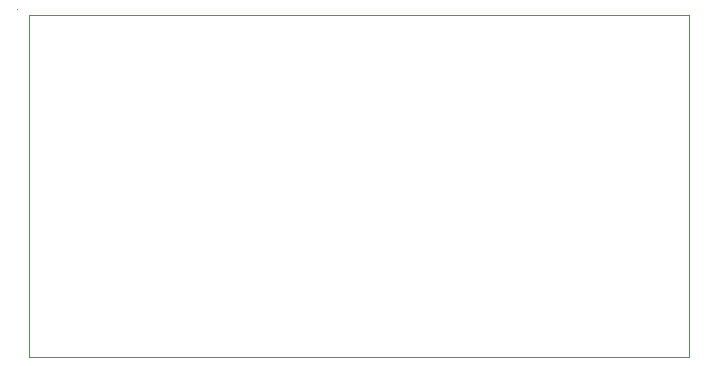
<source format=gbr>
%TF.GenerationSoftware,KiCad,Pcbnew,(6.0.8)*%
%TF.CreationDate,2023-03-24T12:53:59-04:00*%
%TF.ProjectId,Amicro_tst,416d6963-726f-45f7-9473-742e6b696361,rev?*%
%TF.SameCoordinates,Original*%
%TF.FileFunction,Profile,NP*%
%FSLAX46Y46*%
G04 Gerber Fmt 4.6, Leading zero omitted, Abs format (unit mm)*
G04 Created by KiCad (PCBNEW (6.0.8)) date 2023-03-24 12:53:59*
%MOMM*%
%LPD*%
G01*
G04 APERTURE LIST*
%TA.AperFunction,Profile*%
%ADD10C,0.100000*%
%TD*%
G04 APERTURE END LIST*
D10*
X104318000Y-99492000D02*
X104318000Y-99492000D01*
X104318000Y-99492000D02*
X104318000Y-99492000D01*
X104318000Y-99492000D02*
X104318000Y-99492000D01*
X104318000Y-99492000D02*
X104318000Y-99492000D01*
X105334000Y-100000000D02*
X161214000Y-100000000D01*
X161214000Y-100000000D02*
X161214000Y-128956000D01*
X161214000Y-128956000D02*
X105334000Y-128956000D01*
X105334000Y-128956000D02*
X105334000Y-100000000D01*
M02*

</source>
